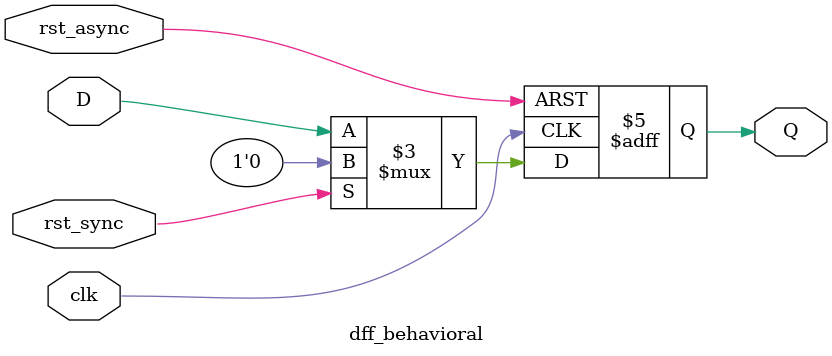
<source format=v>
module dff_behavioral(
    input clk,
    input rst_async,
    input rst_sync,
    input D,
    output reg Q
);

always @(posedge clk or posedge rst_async) begin
    if (rst_async) 
        Q <= 1'b0;
    else if (rst_sync) 
        Q <= 1'b0;
    else 
        Q <= D;
end

endmodule
</source>
